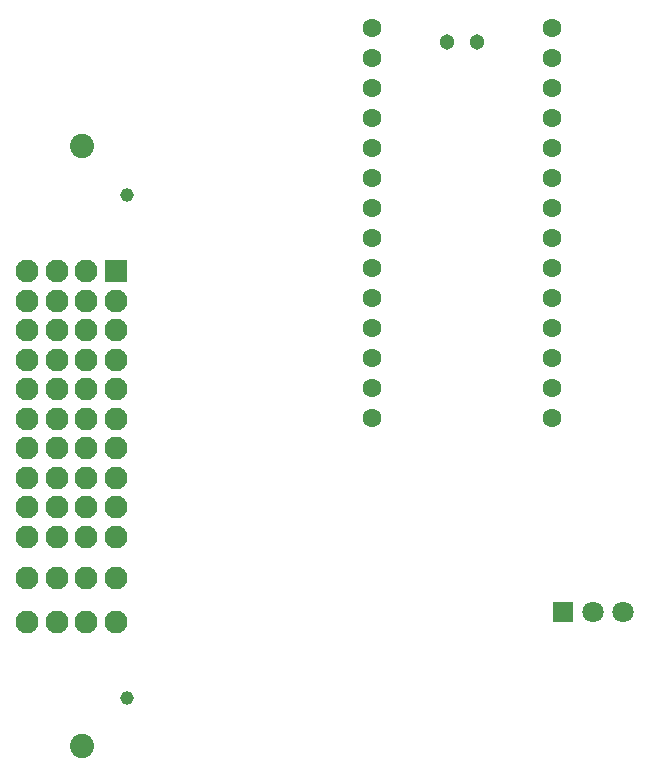
<source format=gbr>
%TF.GenerationSoftware,KiCad,Pcbnew,6.0.11+dfsg-1*%
%TF.CreationDate,2023-10-22T17:13:00+02:00*%
%TF.ProjectId,JoeMBMS_V3.0,4a6f654d-424d-4535-9f56-332e302e6b69,rev?*%
%TF.SameCoordinates,Original*%
%TF.FileFunction,Soldermask,Bot*%
%TF.FilePolarity,Negative*%
%FSLAX46Y46*%
G04 Gerber Fmt 4.6, Leading zero omitted, Abs format (unit mm)*
G04 Created by KiCad (PCBNEW 6.0.11+dfsg-1) date 2023-10-22 17:13:00*
%MOMM*%
%LPD*%
G01*
G04 APERTURE LIST*
%ADD10R,1.800000X1.800000*%
%ADD11C,1.800000*%
%ADD12R,1.950000X1.950000*%
%ADD13C,1.950000*%
%ADD14C,1.150000*%
%ADD15C,2.050000*%
%ADD16C,1.600000*%
%ADD17C,1.304000*%
G04 APERTURE END LIST*
D10*
%TO.C,U3*%
X150600000Y-104000000D03*
D11*
X153140000Y-104000000D03*
X155680000Y-104000000D03*
%TD*%
D12*
%TO.C,J1*%
X112700000Y-75100000D03*
D13*
X110200000Y-75100000D03*
X107700000Y-75100000D03*
X105200000Y-75100000D03*
X112700000Y-77600000D03*
X110200000Y-77600000D03*
X107700000Y-77600000D03*
X105200000Y-77600000D03*
X112700000Y-80100000D03*
X110200000Y-80100000D03*
X107700000Y-80100000D03*
X105200000Y-80100000D03*
X112700000Y-82600000D03*
X110200000Y-82600000D03*
X107700000Y-82600000D03*
X105200000Y-82600000D03*
X112700000Y-85100000D03*
X110200000Y-85100000D03*
X107700000Y-85100000D03*
X105200000Y-85100000D03*
X112700000Y-87600000D03*
X110200000Y-87600000D03*
X107700000Y-87600000D03*
X105200000Y-87600000D03*
X112700000Y-90100000D03*
X110200000Y-90100000D03*
X107700000Y-90100000D03*
X105200000Y-90100000D03*
X112700000Y-92600000D03*
X110200000Y-92600000D03*
X107700000Y-92600000D03*
X105200000Y-92600000D03*
X112700000Y-95100000D03*
X110200000Y-95100000D03*
X107700000Y-95100000D03*
X105200000Y-95100000D03*
X112700000Y-97600000D03*
X110200000Y-97600000D03*
X107700000Y-97600000D03*
X105200000Y-97600000D03*
X112700000Y-101100000D03*
X110200000Y-101100000D03*
X107700000Y-101100000D03*
X105200000Y-101100000D03*
X112700000Y-104800000D03*
X110200000Y-104800000D03*
X107700000Y-104800000D03*
X105200000Y-104800000D03*
D14*
X113700000Y-68650000D03*
X113700000Y-111250000D03*
D15*
X109850000Y-64550000D03*
X109850000Y-115350000D03*
%TD*%
D16*
%TO.C,U1*%
X134380000Y-54495000D03*
X134380000Y-57035000D03*
X134380000Y-59575000D03*
X134380000Y-62115000D03*
X134380000Y-64655000D03*
X134380000Y-67195000D03*
X134380000Y-69735000D03*
X134380000Y-72275000D03*
X134380000Y-74815000D03*
X134380000Y-77355000D03*
X134380000Y-79895000D03*
X134380000Y-82435000D03*
X134380000Y-84975000D03*
X134380000Y-87515000D03*
X149620000Y-87515000D03*
X149620000Y-84975000D03*
X149620000Y-82435000D03*
X149620000Y-79895000D03*
X149620000Y-77355000D03*
X149620000Y-74815000D03*
X149620000Y-72275000D03*
X149620000Y-69735000D03*
X149620000Y-67195000D03*
X149620000Y-64655000D03*
X149620000Y-62115000D03*
X149620000Y-59575000D03*
X149620000Y-57035000D03*
X149620000Y-54495000D03*
D17*
X143268000Y-55737000D03*
X140728000Y-55737000D03*
%TD*%
M02*

</source>
